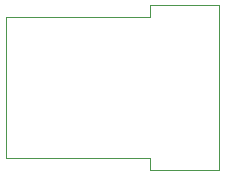
<source format=gbr>
%TF.GenerationSoftware,KiCad,Pcbnew,7.0.8*%
%TF.CreationDate,2024-02-13T11:30:59-06:00*%
%TF.ProjectId,SerialClampBottom,53657269-616c-4436-9c61-6d70426f7474,rev?*%
%TF.SameCoordinates,Original*%
%TF.FileFunction,Profile,NP*%
%FSLAX46Y46*%
G04 Gerber Fmt 4.6, Leading zero omitted, Abs format (unit mm)*
G04 Created by KiCad (PCBNEW 7.0.8) date 2024-02-13 11:30:59*
%MOMM*%
%LPD*%
G01*
G04 APERTURE LIST*
%TA.AperFunction,Profile*%
%ADD10C,0.100000*%
%TD*%
G04 APERTURE END LIST*
D10*
X147040000Y-90610000D02*
X147040000Y-78620000D01*
X159210000Y-90620000D02*
X147040000Y-90610000D01*
X159210000Y-91620000D02*
X165110000Y-91620000D01*
X159210000Y-78620000D02*
X147040000Y-78620000D01*
X159210000Y-77620000D02*
X159210000Y-78620000D01*
X165110000Y-77620000D02*
X159210000Y-77620000D01*
X165110000Y-91620000D02*
X165110000Y-77620000D01*
X159210000Y-90620000D02*
X159210000Y-91620000D01*
M02*

</source>
